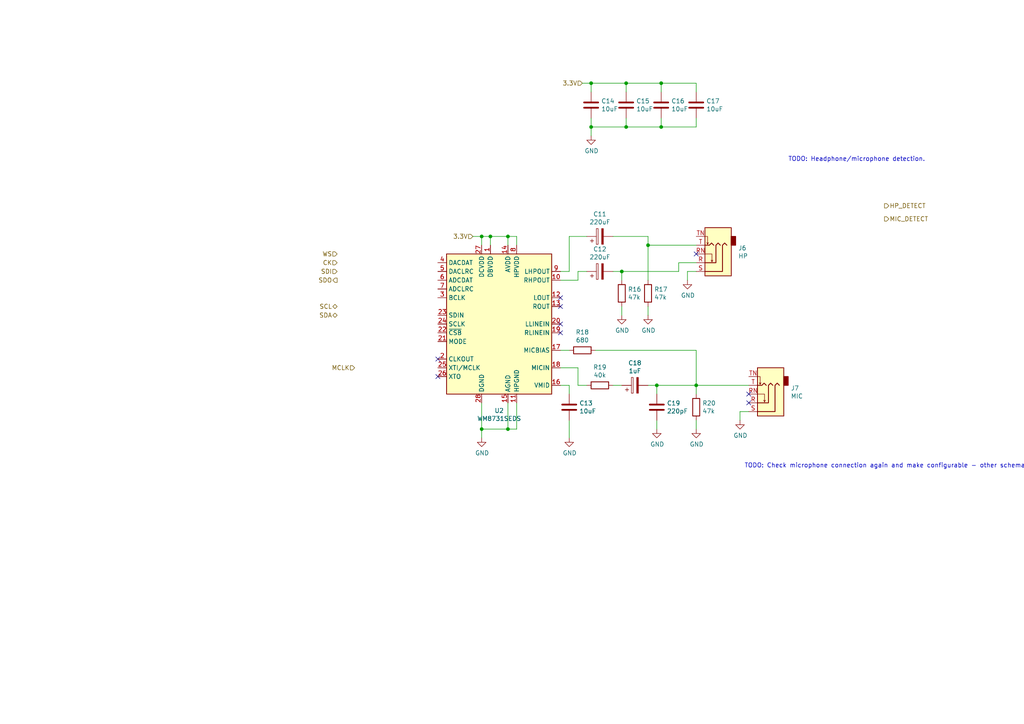
<source format=kicad_sch>
(kicad_sch (version 20201015) (generator eeschema)
  (page 1 7)
  (paper "A4")
  (lib_symbols
    (symbol "Audio:WM8731SEDS"
      (property "Reference" "U" (at -13.97 21.59 0))
      (property "Value" "WM8731SEDS" (at 0 5.08 0))
      (symbol "WM8731SEDS_0_1"
        (rectangle (start -15.24 20.32) (end 15.24 -20.32) (stroke (width 0.254)) (fill (type background)))
      )
      (symbol "WM8731SEDS_1_1"
        (pin power_in line (at -2.54 22.86 270) (length 2.54) (name "DBVDD") (number "1"))
        (pin output line (at 17.78 12.7 180) (length 2.54) (name "RHPOUT") (number "10"))
        (pin power_in line (at 5.08 -22.86 90) (length 2.54) (name "HPGND") (number "11"))
        (pin output line (at 17.78 7.62 180) (length 2.54) (name "LOUT") (number "12"))
        (pin output line (at 17.78 5.08 180) (length 2.54) (name "ROUT") (number "13"))
        (pin power_in line (at 2.54 22.86 270) (length 2.54) (name "AVDD") (number "14"))
        (pin power_in line (at 2.54 -22.86 90) (length 2.54) (name "AGND") (number "15"))
        (pin passive line (at 17.78 -17.78 180) (length 2.54) (name "VMID") (number "16"))
        (pin output line (at 17.78 -7.62 180) (length 2.54) (name "MICBIAS") (number "17"))
        (pin input line (at 17.78 -12.7 180) (length 2.54) (name "MICIN") (number "18"))
        (pin input line (at 17.78 -2.54 180) (length 2.54) (name "RLINEIN") (number "19"))
        (pin output line (at -17.78 -10.16 0) (length 2.54) (name "CLKOUT") (number "2"))
        (pin input line (at 17.78 0 180) (length 2.54) (name "LLINEIN") (number "20"))
        (pin input line (at -17.78 -5.08 0) (length 2.54) (name "MODE") (number "21"))
        (pin input line (at -17.78 -2.54 0) (length 2.54) (name "~CSB") (number "22"))
        (pin bidirectional line (at -17.78 2.54 0) (length 2.54) (name "SDIN") (number "23"))
        (pin input line (at -17.78 0 0) (length 2.54) (name "SCLK") (number "24"))
        (pin input line (at -17.78 -12.7 0) (length 2.54) (name "XTI/MCLK") (number "25"))
        (pin output line (at -17.78 -15.24 0) (length 2.54) (name "XTO") (number "26"))
        (pin power_in line (at -5.08 22.86 270) (length 2.54) (name "DCVDD") (number "27"))
        (pin power_in line (at -5.08 -22.86 90) (length 2.54) (name "DGND") (number "28"))
        (pin bidirectional line (at -17.78 7.62 0) (length 2.54) (name "BCLK") (number "3"))
        (pin input line (at -17.78 17.78 0) (length 2.54) (name "DACDAT") (number "4"))
        (pin bidirectional line (at -17.78 15.24 0) (length 2.54) (name "DACLRC") (number "5"))
        (pin output line (at -17.78 12.7 0) (length 2.54) (name "ADCDAT") (number "6"))
        (pin bidirectional line (at -17.78 10.16 0) (length 2.54) (name "ADCLRC") (number "7"))
        (pin power_in line (at 5.08 22.86 270) (length 2.54) (name "HPVDD") (number "8"))
        (pin output line (at 17.78 15.24 180) (length 2.54) (name "LHPOUT") (number "9"))
      )
    )
    (symbol "Connector:AudioJack3_SwitchTR"
      (property "Reference" "J" (at 0 8.89 0))
      (property "Value" "AudioJack3_SwitchTR" (at 0 6.35 0))
      (symbol "AudioJack3_SwitchTR_0_1"
        (rectangle (start -5.08 -5.08) (end -6.35 -7.62) (stroke (width 0.254)) (fill (type outline)))
        (rectangle (start 2.54 3.81) (end -5.08 -10.16) (stroke (width 0.254)) (fill (type background)))
        (polyline (pts (xy 0.508 -0.254) (xy 0.762 -0.762)))
        (polyline (pts (xy 1.778 -5.334) (xy 2.032 -5.842)))
        (polyline (pts (xy 0 -5.08) (xy 0.635 -5.715) (xy 1.27 -5.08) (xy 2.54 -5.08)) (stroke (width 0.254)))
        (polyline (pts (xy 2.54 -7.62) (xy 1.778 -7.62) (xy 1.778 -5.334) (xy 1.524 -5.842)))
        (polyline (pts (xy 2.54 -2.54) (xy 0.508 -2.54) (xy 0.508 -0.254) (xy 0.254 -0.762)))
        (polyline (pts (xy -1.905 -5.08) (xy -1.27 -5.715) (xy -0.635 -5.08) (xy -0.635 0) (xy 2.54 0)) (stroke (width 0.254)))
        (polyline (pts (xy 2.54 2.54) (xy -2.54 2.54) (xy -2.54 -5.08) (xy -3.175 -5.715) (xy -3.81 -5.08)) (stroke (width 0.254)))
      )
      (symbol "AudioJack3_SwitchTR_1_1"
        (pin passive line (at 5.08 0 180) (length 2.54) (name "~") (number "R"))
        (pin passive line (at 5.08 -2.54 180) (length 2.54) (name "~") (number "RN"))
        (pin passive line (at 5.08 2.54 180) (length 2.54) (name "~") (number "S"))
        (pin passive line (at 5.08 -5.08 180) (length 2.54) (name "~") (number "T"))
        (pin passive line (at 5.08 -7.62 180) (length 2.54) (name "~") (number "TN"))
      )
    )
    (symbol "Device:C" (pin_numbers hide) (pin_names (offset 0.254))
      (property "Reference" "C" (at 0.635 2.54 0))
      (property "Value" "C" (at 0.635 -2.54 0))
      (symbol "C_0_1"
        (polyline (pts (xy -2.032 -0.762) (xy 2.032 -0.762)) (stroke (width 0.508)))
        (polyline (pts (xy -2.032 0.762) (xy 2.032 0.762)) (stroke (width 0.508)))
      )
      (symbol "C_1_1"
        (pin passive line (at 0 3.81 270) (length 2.794) (name "~") (number "1"))
        (pin passive line (at 0 -3.81 90) (length 2.794) (name "~") (number "2"))
      )
    )
    (symbol "Device:C_Polarized" (pin_numbers hide) (pin_names (offset 0.254))
      (property "Reference" "C" (at 0.635 2.54 0))
      (property "Value" "C_Polarized" (at 0.635 -2.54 0))
      (symbol "C_Polarized_0_1"
        (rectangle (start -2.286 0.508) (end 2.286 1.016))
        (rectangle (start 2.286 -0.508) (end -2.286 -1.016) (fill (type outline)))
        (polyline (pts (xy -1.778 2.286) (xy -0.762 2.286)))
        (polyline (pts (xy -1.27 2.794) (xy -1.27 1.778)))
      )
      (symbol "C_Polarized_1_1"
        (pin passive line (at 0 3.81 270) (length 2.794) (name "~") (number "1"))
        (pin passive line (at 0 -3.81 90) (length 2.794) (name "~") (number "2"))
      )
    )
    (symbol "Device:R" (pin_numbers hide) (pin_names (offset 0))
      (property "Reference" "R" (at 2.032 0 90))
      (property "Value" "R" (at 0 0 90))
      (symbol "R_0_1"
        (rectangle (start -1.016 -2.54) (end 1.016 2.54) (stroke (width 0.254)))
      )
      (symbol "R_1_1"
        (pin passive line (at 0 3.81 270) (length 1.27) (name "~") (number "1"))
        (pin passive line (at 0 -3.81 90) (length 1.27) (name "~") (number "2"))
      )
    )
    (symbol "power:GND" (power) (pin_names (offset 0))
      (property "Value" "GND" (at 0 -3.81 0))
      (symbol "GND_0_1"
        (polyline (pts (xy 0 0) (xy 0 -1.27) (xy 1.27 -1.27) (xy 0 -2.54) (xy -1.27 -1.27) (xy 0 -1.27)))
      )
      (symbol "GND_1_1"
        (pin power_in line (at 0 0 270) (length 0) hide (name "GND") (number "1"))
      )
    )
  )
  (junction (at 139.7 68.58) (diameter 0.9144))
  (junction (at 139.7 124.46) (diameter 0.9144))
  (junction (at 142.24 68.58) (diameter 0.9144))
  (junction (at 147.32 68.58) (diameter 0.9144))
  (junction (at 147.32 124.46) (diameter 0.9144))
  (junction (at 171.45 24.13) (diameter 0.9144))
  (junction (at 171.45 36.83) (diameter 0.9144))
  (junction (at 180.34 78.74) (diameter 0.9144))
  (junction (at 181.61 24.13) (diameter 0.9144))
  (junction (at 181.61 36.83) (diameter 0.9144))
  (junction (at 187.96 71.12) (diameter 0.9144))
  (junction (at 190.5 111.76) (diameter 0.9144))
  (junction (at 191.77 24.13) (diameter 0.9144))
  (junction (at 191.77 36.83) (diameter 0.9144))
  (junction (at 201.93 111.76) (diameter 0.9144))
  (no_connect (at 217.17 114.3))
  (no_connect (at 162.56 93.98))
  (no_connect (at 201.93 73.66))
  (no_connect (at 127 109.22))
  (no_connect (at 127 104.14))
  (no_connect (at 217.17 116.84))
  (no_connect (at 162.56 88.9))
  (no_connect (at 162.56 86.36))
  (no_connect (at 162.56 96.52))
  (wire (pts (xy 137.16 68.58) (xy 139.7 68.58)))
  (wire (pts (xy 139.7 68.58) (xy 142.24 68.58)))
  (wire (pts (xy 139.7 71.12) (xy 139.7 68.58)))
  (wire (pts (xy 139.7 124.46) (xy 139.7 116.84)))
  (wire (pts (xy 139.7 124.46) (xy 139.7 127)))
  (wire (pts (xy 142.24 68.58) (xy 147.32 68.58)))
  (wire (pts (xy 142.24 71.12) (xy 142.24 68.58)))
  (wire (pts (xy 147.32 68.58) (xy 149.86 68.58)))
  (wire (pts (xy 147.32 71.12) (xy 147.32 68.58)))
  (wire (pts (xy 147.32 116.84) (xy 147.32 124.46)))
  (wire (pts (xy 147.32 124.46) (xy 139.7 124.46)))
  (wire (pts (xy 149.86 68.58) (xy 149.86 71.12)))
  (wire (pts (xy 149.86 116.84) (xy 149.86 124.46)))
  (wire (pts (xy 149.86 124.46) (xy 147.32 124.46)))
  (wire (pts (xy 162.56 78.74) (xy 165.1 78.74)))
  (wire (pts (xy 162.56 81.28) (xy 167.64 81.28)))
  (wire (pts (xy 162.56 101.6) (xy 165.1 101.6)))
  (wire (pts (xy 162.56 106.68) (xy 167.64 106.68)))
  (wire (pts (xy 162.56 111.76) (xy 165.1 111.76)))
  (wire (pts (xy 165.1 68.58) (xy 170.18 68.58)))
  (wire (pts (xy 165.1 78.74) (xy 165.1 68.58)))
  (wire (pts (xy 165.1 114.3) (xy 165.1 111.76)))
  (wire (pts (xy 165.1 121.92) (xy 165.1 127)))
  (wire (pts (xy 167.64 78.74) (xy 170.18 78.74)))
  (wire (pts (xy 167.64 81.28) (xy 167.64 78.74)))
  (wire (pts (xy 167.64 106.68) (xy 167.64 111.76)))
  (wire (pts (xy 167.64 111.76) (xy 170.18 111.76)))
  (wire (pts (xy 168.91 24.13) (xy 171.45 24.13)))
  (wire (pts (xy 171.45 24.13) (xy 181.61 24.13)))
  (wire (pts (xy 171.45 26.67) (xy 171.45 24.13)))
  (wire (pts (xy 171.45 34.29) (xy 171.45 36.83)))
  (wire (pts (xy 171.45 36.83) (xy 171.45 39.37)))
  (wire (pts (xy 171.45 36.83) (xy 181.61 36.83)))
  (wire (pts (xy 177.8 68.58) (xy 187.96 68.58)))
  (wire (pts (xy 177.8 78.74) (xy 180.34 78.74)))
  (wire (pts (xy 177.8 111.76) (xy 180.34 111.76)))
  (wire (pts (xy 180.34 78.74) (xy 180.34 81.28)))
  (wire (pts (xy 180.34 88.9) (xy 180.34 91.44)))
  (wire (pts (xy 181.61 24.13) (xy 191.77 24.13)))
  (wire (pts (xy 181.61 26.67) (xy 181.61 24.13)))
  (wire (pts (xy 181.61 34.29) (xy 181.61 36.83)))
  (wire (pts (xy 181.61 36.83) (xy 191.77 36.83)))
  (wire (pts (xy 187.96 68.58) (xy 187.96 71.12)))
  (wire (pts (xy 187.96 71.12) (xy 187.96 81.28)))
  (wire (pts (xy 187.96 91.44) (xy 187.96 88.9)))
  (wire (pts (xy 187.96 111.76) (xy 190.5 111.76)))
  (wire (pts (xy 190.5 111.76) (xy 190.5 114.3)))
  (wire (pts (xy 190.5 121.92) (xy 190.5 124.46)))
  (wire (pts (xy 191.77 24.13) (xy 201.93 24.13)))
  (wire (pts (xy 191.77 26.67) (xy 191.77 24.13)))
  (wire (pts (xy 191.77 36.83) (xy 191.77 34.29)))
  (wire (pts (xy 191.77 36.83) (xy 201.93 36.83)))
  (wire (pts (xy 196.85 76.2) (xy 196.85 78.74)))
  (wire (pts (xy 196.85 78.74) (xy 180.34 78.74)))
  (wire (pts (xy 199.39 78.74) (xy 199.39 81.28)))
  (wire (pts (xy 201.93 24.13) (xy 201.93 26.67)))
  (wire (pts (xy 201.93 36.83) (xy 201.93 34.29)))
  (wire (pts (xy 201.93 71.12) (xy 187.96 71.12)))
  (wire (pts (xy 201.93 76.2) (xy 196.85 76.2)))
  (wire (pts (xy 201.93 78.74) (xy 199.39 78.74)))
  (wire (pts (xy 201.93 101.6) (xy 172.72 101.6)))
  (wire (pts (xy 201.93 111.76) (xy 190.5 111.76)))
  (wire (pts (xy 201.93 111.76) (xy 201.93 101.6)))
  (wire (pts (xy 201.93 114.3) (xy 201.93 111.76)))
  (wire (pts (xy 201.93 124.46) (xy 201.93 121.92)))
  (wire (pts (xy 214.63 119.38) (xy 214.63 121.92)))
  (wire (pts (xy 217.17 111.76) (xy 201.93 111.76)))
  (wire (pts (xy 217.17 119.38) (xy 214.63 119.38)))
  (text "TODO: Check microphone connection again and make configurable - other schematics connect only the ring!" (at 215.9 135.89 0) (effects (font (size 1.27 1.27)) (justify left bottom)))
  (text "TODO: Headphone/microphone detection." (at 228.6 46.99 0) (effects (font (size 1.27 1.27)) (justify left bottom)))
  (hierarchical_label "WS" (shape input) (at 97.79 73.66 180))
  (hierarchical_label "CK" (shape input) (at 97.79 76.2 180))
  (hierarchical_label "SDI" (shape input) (at 97.79 78.74 180))
  (hierarchical_label "SDO" (shape output) (at 97.79 81.28 180))
  (hierarchical_label "SCL" (shape bidirectional) (at 97.79 88.9 180))
  (hierarchical_label "SDA" (shape bidirectional) (at 97.79 91.44 180))
  (hierarchical_label "MCLK" (shape input) (at 102.87 106.68 180))
  (hierarchical_label "3.3V" (shape input) (at 137.16 68.58 180))
  (hierarchical_label "3.3V" (shape input) (at 168.91 24.13 180))
  (hierarchical_label "HP_DETECT" (shape output) (at 256.54 59.69 0))
  (hierarchical_label "MIC_DETECT" (shape output) (at 256.54 63.5 0))
  (symbol (lib_id "power:GND") (at 139.7 127 0) (unit 1)
    (property "Reference" "#PWR0119" (effects hide))
    (property "Value" "GND" (at 139.827 131.3942 0))
  )
  (symbol (lib_id "power:GND") (at 165.1 127 0) (unit 1)
    (property "Reference" "#PWR0120" (effects hide))
    (property "Value" "GND" (at 165.227 131.3942 0))
  )
  (symbol (lib_id "power:GND") (at 171.45 39.37 0) (unit 1)
    (property "Reference" "#PWR0121" (effects hide))
    (property "Value" "GND" (at 171.577 43.7642 0))
  )
  (symbol (lib_id "power:GND") (at 180.34 91.44 0) (unit 1)
    (property "Reference" "#PWR0122" (effects hide))
    (property "Value" "GND" (at 180.467 95.8342 0))
  )
  (symbol (lib_id "power:GND") (at 187.96 91.44 0) (unit 1)
    (property "Reference" "#PWR0123" (effects hide))
    (property "Value" "GND" (at 188.087 95.8342 0))
  )
  (symbol (lib_id "power:GND") (at 190.5 124.46 0) (unit 1)
    (property "Reference" "#PWR0125" (effects hide))
    (property "Value" "GND" (at 190.627 128.8542 0))
  )
  (symbol (lib_id "power:GND") (at 199.39 81.28 0) (unit 1)
    (property "Reference" "#PWR0124" (effects hide))
    (property "Value" "GND" (at 199.517 85.6742 0))
  )
  (symbol (lib_id "power:GND") (at 201.93 124.46 0) (unit 1)
    (property "Reference" "#PWR0126" (effects hide))
    (property "Value" "GND" (at 202.057 128.8542 0))
  )
  (symbol (lib_id "power:GND") (at 214.63 121.92 0) (unit 1)
    (property "Reference" "#PWR0127" (effects hide))
    (property "Value" "GND" (at 214.757 126.3142 0))
  )
  (symbol (lib_id "Device:R") (at 168.91 101.6 270) (unit 1)
    (property "Reference" "R18" (at 168.91 96.3422 90))
    (property "Value" "680" (at 168.91 98.6536 90))
    (property "Footprint" "Resistor_SMD:R_0603_1608Metric" (effects hide))
  )
  (symbol (lib_id "Device:R") (at 173.99 111.76 270) (unit 1)
    (property "Reference" "R19" (at 173.99 106.5022 90))
    (property "Value" "40k" (at 173.99 108.8136 90))
    (property "Footprint" "Resistor_SMD:R_0603_1608Metric" (effects hide))
  )
  (symbol (lib_id "Device:R") (at 180.34 85.09 0) (unit 1)
    (property "Reference" "R16" (at 182.118 83.9216 0) (effects (justify left)))
    (property "Value" "47k" (at 182.118 86.233 0) (effects (justify left)))
    (property "Footprint" "Resistor_SMD:R_0603_1608Metric" (effects hide))
  )
  (symbol (lib_id "Device:R") (at 187.96 85.09 0) (unit 1)
    (property "Reference" "R17" (at 189.738 83.9216 0) (effects (justify left)))
    (property "Value" "47k" (at 189.738 86.233 0) (effects (justify left)))
    (property "Footprint" "Resistor_SMD:R_0603_1608Metric" (effects hide))
  )
  (symbol (lib_id "Device:R") (at 201.93 118.11 0) (unit 1)
    (property "Reference" "R20" (at 203.708 116.9416 0) (effects (justify left)))
    (property "Value" "47k" (at 203.708 119.253 0) (effects (justify left)))
    (property "Footprint" "Resistor_SMD:R_0603_1608Metric" (effects hide))
  )
  (symbol (lib_id "Device:C") (at 165.1 118.11 0) (unit 1)
    (property "Reference" "C13" (at 168.021 116.9416 0) (effects (justify left)))
    (property "Value" "10uF" (at 168.021 119.253 0) (effects (justify left)))
    (property "Footprint" "Capacitor_SMD:C_0805_2012Metric" (effects hide))
    (property "Part Name" "Taiyo Yuden LMK212F106ZG-T" (effects hide))
  )
  (symbol (lib_id "Device:C") (at 171.45 30.48 0) (unit 1)
    (property "Reference" "C14" (at 174.371 29.3116 0) (effects (justify left)))
    (property "Value" "10uF" (at 174.371 31.623 0) (effects (justify left)))
    (property "Footprint" "Capacitor_SMD:C_0805_2012Metric" (effects hide))
    (property "Part Name" "Taiyo Yuden LMK212F106ZG-T" (effects hide))
  )
  (symbol (lib_id "Device:C_Polarized") (at 173.99 68.58 90) (unit 1)
    (property "Reference" "C11" (at 173.99 62.103 90))
    (property "Value" "220uF" (at 173.99 64.4144 90))
    (property "Footprint" "Capacitor_SMD:CP_Elec_6.3x7.7" (effects hide))
  )
  (symbol (lib_id "Device:C_Polarized") (at 173.99 78.74 90) (unit 1)
    (property "Reference" "C12" (at 173.99 72.263 90))
    (property "Value" "220uF" (at 173.99 74.5744 90))
    (property "Footprint" "Capacitor_SMD:CP_Elec_6.3x7.7" (effects hide))
  )
  (symbol (lib_id "Device:C") (at 181.61 30.48 0) (unit 1)
    (property "Reference" "C15" (at 184.531 29.3116 0) (effects (justify left)))
    (property "Value" "10uF" (at 184.531 31.623 0) (effects (justify left)))
    (property "Footprint" "Capacitor_SMD:C_0805_2012Metric" (effects hide))
    (property "Part Name" "Taiyo Yuden LMK212F106ZG-T" (effects hide))
  )
  (symbol (lib_id "Device:C_Polarized") (at 184.15 111.76 90) (unit 1)
    (property "Reference" "C18" (at 184.15 105.283 90))
    (property "Value" "1uF" (at 184.15 107.5944 90))
    (property "Footprint" "Capacitor_SMD:CP_Elec_4x5.4" (effects hide))
  )
  (symbol (lib_id "Device:C") (at 190.5 118.11 0) (unit 1)
    (property "Reference" "C19" (at 193.421 116.9416 0) (effects (justify left)))
    (property "Value" "220pF" (at 193.421 119.253 0) (effects (justify left)))
    (property "Footprint" "Capacitor_SMD:C_0603_1608Metric" (effects hide))
    (property "Part Name" "Vishay VJ0603A221JNAAO" (effects hide))
  )
  (symbol (lib_id "Device:C") (at 191.77 30.48 0) (unit 1)
    (property "Reference" "C16" (at 194.691 29.3116 0) (effects (justify left)))
    (property "Value" "10uF" (at 194.691 31.623 0) (effects (justify left)))
    (property "Footprint" "Capacitor_SMD:C_0805_2012Metric" (effects hide))
    (property "Part Name" "Taiyo Yuden LMK212F106ZG-T" (effects hide))
  )
  (symbol (lib_id "Device:C") (at 201.93 30.48 0) (unit 1)
    (property "Reference" "C17" (at 204.851 29.3116 0) (effects (justify left)))
    (property "Value" "10uF" (at 204.851 31.623 0) (effects (justify left)))
    (property "Footprint" "Capacitor_SMD:C_0805_2012Metric" (effects hide))
    (property "Part Name" "Taiyo Yuden LMK212F106ZG-T" (effects hide))
  )
  (symbol (lib_id "Connector:AudioJack3_SwitchTR") (at 207.01 76.2 180) (unit 1)
    (property "Reference" "J6" (at 214.122 71.9582 0) (effects (justify right)))
    (property "Value" "HP" (at 214.122 74.2696 0) (effects (justify right)))
    (property "Footprint" "HackAmp-Footprints:Jack_3.5mm_Switchcraft_35RASMT4BHNTRX_Horizontal" (effects hide))
    (property "Part Name" "Switchcraft 35RASMT4BHNTRX" (effects hide))
  )
  (symbol (lib_id "Connector:AudioJack3_SwitchTR") (at 222.25 116.84 180) (unit 1)
    (property "Reference" "J7" (at 229.362 112.5982 0) (effects (justify right)))
    (property "Value" "MIC" (at 229.362 114.9096 0) (effects (justify right)))
    (property "Footprint" "HackAmp-Footprints:Jack_3.5mm_Switchcraft_35RASMT4BHNTRX_Horizontal" (effects hide))
    (property "Part Name" "Switchcraft 35RASMT4BHNTRX" (effects hide))
  )
  (symbol (lib_id "Audio:WM8731SEDS") (at 144.78 93.98 0) (unit 1)
    (property "Reference" "U2" (at 144.78 119.1006 0))
    (property "Value" "WM8731SEDS" (at 144.78 121.412 0))
    (property "Footprint" "Package_SO:SSOP-28_5.3x10.2mm_P0.65mm" (effects hide))
    (property "Datasheet" "https://statics.cirrus.com/pubs/proDatasheet/WM8731_v4.9.pdf" (effects hide))
  )
)
</source>
